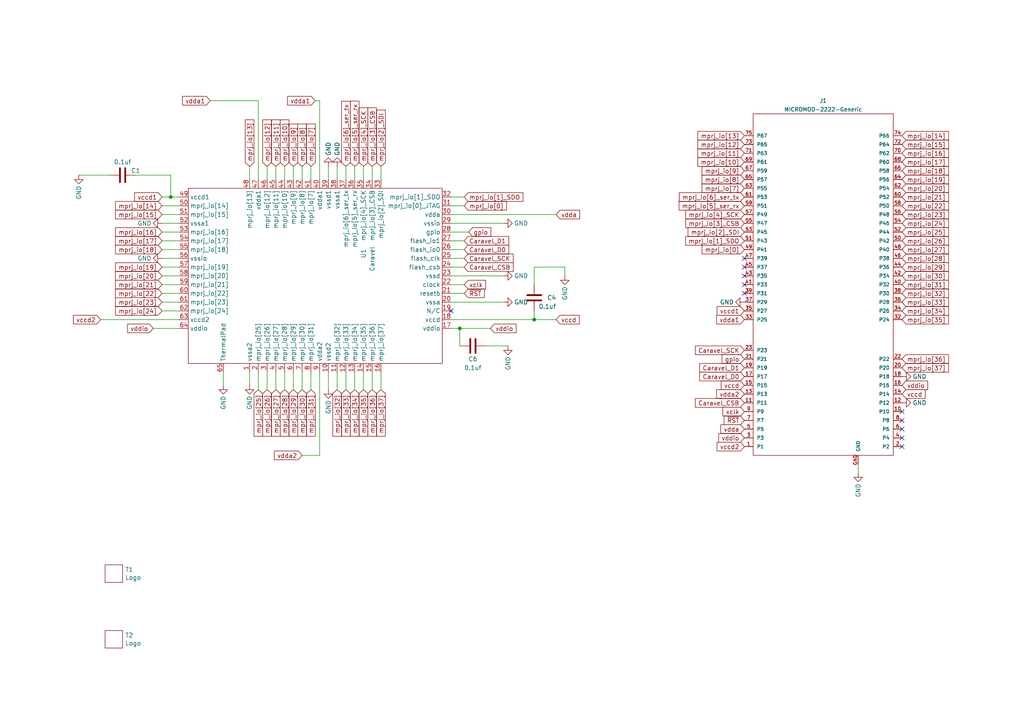
<source format=kicad_sch>
(kicad_sch (version 20230121) (generator eeschema)
  (paper "A4")
  (title_block (title "Carvel Breakout board as M.2 Card "))
  (lib_symbols
    (symbol "Caravel:Logo" (pin_names (offset 1.016))
      (property "Reference" "T" (at -1.27 2.54 0))
      (property "Value" "Logo" (at 1.27 -1.27 0))
      (symbol "Logo_0_1"
        (rectangle (start -1.27 1.27) (end 3.81 -3.81))
      )
    )
    (symbol "Caravel_board:Caravel"
      (property "Reference" "U" (at 0 0 0))
      (property "Value" "Caravel" (at 0 0 0))
      (symbol "Caravel_0_1"
        (rectangle (start -26.67 40.64) (end 24.13 -33.02))
      )
      (symbol "Caravel_1_1"
        (pin power_in line (at -29.21 22.86 0) (length 2.54) (name "vssa2") (number "1"))
        (pin power_in line (at -29.21 0 0) (length 2.54) (name "vssd2") (number "10"))
        (pin bidirectional line (at -29.21 -2.54 0) (length 2.54) (name "mprj_io[32]") (number "11"))
        (pin bidirectional line (at -29.21 -5.08 0) (length 2.54) (name "mprj_io[33]") (number "12"))
        (pin bidirectional line (at -29.21 -7.62 0) (length 2.54) (name "mprj_io[34]") (number "13"))
        (pin bidirectional line (at -29.21 -10.16 0) (length 2.54) (name "mprj_io[35]") (number "14"))
        (pin bidirectional line (at -29.21 -12.7 0) (length 2.54) (name "mprj_io[36]") (number "15"))
        (pin bidirectional line (at -29.21 -15.24 0) (length 2.54) (name "mprj_io[37]") (number "16"))
        (pin power_in line (at -16.51 -35.56 90) (length 2.54) (name "vddio") (number "17"))
        (pin power_in line (at -13.97 -35.56 90) (length 2.54) (name "vccd") (number "18"))
        (pin no_connect line (at -11.43 -35.56 90) (length 2.54) (name "N/C") (number "19"))
        (pin bidirectional line (at -29.21 20.32 0) (length 2.54) (name "mprj_io[25]") (number "2"))
        (pin power_in line (at -8.89 -35.56 90) (length 2.54) (name "vssa") (number "20"))
        (pin input line (at -6.35 -35.56 90) (length 2.54) (name "resetb") (number "21"))
        (pin input line (at -3.81 -35.56 90) (length 2.54) (name "clock") (number "22"))
        (pin power_in line (at -1.27 -35.56 90) (length 2.54) (name "vssd") (number "23"))
        (pin output line (at 1.27 -35.56 90) (length 2.54) (name "flash_csb") (number "24"))
        (pin output line (at 3.81 -35.56 90) (length 2.54) (name "flash_clk") (number "25"))
        (pin bidirectional line (at 6.35 -35.56 90) (length 2.54) (name "flash_io0") (number "26"))
        (pin bidirectional line (at 8.89 -35.56 90) (length 2.54) (name "flash_io1") (number "27"))
        (pin bidirectional line (at 11.43 -35.56 90) (length 2.54) (name "gpio") (number "28"))
        (pin power_in line (at 13.97 -35.56 90) (length 2.54) (name "vssio") (number "29"))
        (pin bidirectional line (at -29.21 17.78 0) (length 2.54) (name "mprj_io[26]") (number "3"))
        (pin power_in line (at 16.51 -35.56 90) (length 2.54) (name "vdda") (number "30"))
        (pin bidirectional line (at 19.05 -35.56 90) (length 2.54) (name "mprj_io[0]_JTAG") (number "31"))
        (pin bidirectional line (at 21.59 -35.56 90) (length 2.54) (name "mprj_io[1]_SDO") (number "32"))
        (pin bidirectional line (at 26.67 -15.24 180) (length 2.54) (name "mprj_io[2]_SDI") (number "33"))
        (pin bidirectional line (at 26.67 -12.7 180) (length 2.54) (name "mprj_io[3]_CSB") (number "34"))
        (pin bidirectional line (at 26.67 -10.16 180) (length 2.54) (name "mprj_io[4]_SCK") (number "35"))
        (pin bidirectional line (at 26.67 -7.62 180) (length 2.54) (name "mprj_io[5]_ser_rx") (number "36"))
        (pin bidirectional line (at 26.67 -5.08 180) (length 2.54) (name "mprj_io[6]_ser_tx") (number "37"))
        (pin power_in line (at 26.67 -2.54 180) (length 2.54) (name "vssa1") (number "38"))
        (pin power_in line (at 26.67 0 180) (length 2.54) (name "vssd1") (number "39"))
        (pin bidirectional line (at -29.21 15.24 0) (length 2.54) (name "mprj_io[27]") (number "4"))
        (pin power_in line (at 26.67 2.54 180) (length 2.54) (name "vdda1") (number "40"))
        (pin bidirectional line (at 26.67 5.08 180) (length 2.54) (name "mprj_io[7]") (number "41"))
        (pin bidirectional line (at 26.67 7.62 180) (length 2.54) (name "mprj_io[8]") (number "42"))
        (pin bidirectional line (at 26.67 10.16 180) (length 2.54) (name "mprj_io[9]") (number "43"))
        (pin bidirectional line (at 26.67 12.7 180) (length 2.54) (name "mprj_io[10]") (number "44"))
        (pin bidirectional line (at 26.67 15.24 180) (length 2.54) (name "mprj_io[11]") (number "45"))
        (pin bidirectional line (at 26.67 17.78 180) (length 2.54) (name "mprj_io[12]") (number "46"))
        (pin power_in line (at 26.67 20.32 180) (length 2.54) (name "vdda1") (number "47"))
        (pin bidirectional line (at 26.67 22.86 180) (length 2.54) (name "mprj_io[13]") (number "48"))
        (pin power_in line (at 21.59 43.18 270) (length 2.54) (name "vccd1") (number "49"))
        (pin bidirectional line (at -29.21 12.7 0) (length 2.54) (name "mprj_io[28]") (number "5"))
        (pin bidirectional line (at 19.05 43.18 270) (length 2.54) (name "mprj_io[14]") (number "50"))
        (pin bidirectional line (at 16.51 43.18 270) (length 2.54) (name "mprj_io[15]") (number "51"))
        (pin power_in line (at 13.97 43.18 270) (length 2.54) (name "vssa1") (number "52"))
        (pin bidirectional line (at 11.43 43.18 270) (length 2.54) (name "mprj_io[16]") (number "53"))
        (pin bidirectional line (at 8.89 43.18 270) (length 2.54) (name "mprj_io[17]") (number "54"))
        (pin bidirectional line (at 6.35 43.18 270) (length 2.54) (name "mprj_io[18]") (number "55"))
        (pin power_in line (at 3.81 43.18 270) (length 2.54) (name "vssio") (number "56"))
        (pin bidirectional line (at 1.27 43.18 270) (length 2.54) (name "mprj_io[19]") (number "57"))
        (pin bidirectional line (at -1.27 43.18 270) (length 2.54) (name "mprj_io[20]") (number "58"))
        (pin bidirectional line (at -3.81 43.18 270) (length 2.54) (name "mprj_io[21]") (number "59"))
        (pin bidirectional line (at -29.21 10.16 0) (length 2.54) (name "mprj_io[29]") (number "6"))
        (pin bidirectional line (at -6.35 43.18 270) (length 2.54) (name "mprj_io[22]") (number "60"))
        (pin bidirectional line (at -8.89 43.18 270) (length 2.54) (name "mprj_io[23]") (number "61"))
        (pin bidirectional line (at -11.43 43.18 270) (length 2.54) (name "mprj_io[24]") (number "62"))
        (pin power_in line (at -13.97 43.18 270) (length 2.54) (name "vccd2") (number "63"))
        (pin power_in line (at -16.51 43.18 270) (length 2.54) (name "vddio") (number "64"))
        (pin power_in line (at -29.21 30.48 0) (length 2.54) (name "ThermalPad") (number "65"))
        (pin bidirectional line (at -29.21 7.62 0) (length 2.54) (name "mprj_io[30]") (number "7"))
        (pin bidirectional line (at -29.21 5.08 0) (length 2.54) (name "mprj_io[31]") (number "8"))
        (pin power_in line (at -29.21 2.54 0) (length 2.54) (name "vdda2") (number "9"))
      )
    )
    (symbol "Device:C" (pin_numbers hide) (pin_names (offset 0.254))
      (property "Reference" "C" (at 0.635 2.54 0))
      (property "Value" "C" (at 0.635 -2.54 0))
      (symbol "C_0_1"
        (polyline (pts (xy -2.032 -0.762) (xy 2.032 -0.762)) (stroke (width 0.508)))
        (polyline (pts (xy -2.032 0.762) (xy 2.032 0.762)) (stroke (width 0.508)))
      )
      (symbol "C_1_1"
        (pin passive line (at 0 3.81 270) (length 2.794) (name "~") (number "1"))
        (pin passive line (at 0 -3.81 90) (length 2.794) (name "~") (number "2"))
      )
    )
    (symbol "MicroMod-Sparkfun:MICROMOD-2222-Generic" (pin_names (offset 1.016))
      (property "Reference" "J" (at -20.32 53.848 0))
      (property "Value" "MICROMOD-2222-Generic" (at -20.32 -48.26 0))
      (symbol "MICROMOD-2222-Generic_1_0"
        (polyline (pts (xy -20.32 -45.72) (xy -20.32 53.34)))
        (polyline (pts (xy -20.32 53.34) (xy 20.32 53.34)))
        (polyline (pts (xy 20.32 -45.72) (xy -20.32 -45.72)))
        (polyline (pts (xy 20.32 53.34) (xy 20.32 -45.72)))
      )
      (symbol "MICROMOD-2222-Generic_1_1"
        (pin bidirectional line (at -22.86 -43.18 0) (length 2.54) (name "P1") (number "1"))
        (pin bidirectional line (at 22.86 -33.02 180) (length 2.54) (name "P10") (number "10"))
        (pin bidirectional line (at -22.86 -30.48 0) (length 2.54) (name "P11") (number "11"))
        (pin bidirectional line (at 22.86 -30.48 180) (length 2.54) (name "P12") (number "12"))
        (pin bidirectional line (at -22.86 -27.94 0) (length 2.54) (name "P13") (number "13"))
        (pin bidirectional line (at 22.86 -27.94 180) (length 2.54) (name "P14") (number "14"))
        (pin bidirectional line (at -22.86 -25.4 0) (length 2.54) (name "P15") (number "15"))
        (pin bidirectional line (at 22.86 -25.4 180) (length 2.54) (name "P16") (number "16"))
        (pin bidirectional line (at -22.86 -22.86 0) (length 2.54) (name "P17") (number "17"))
        (pin bidirectional line (at 22.86 -22.86 180) (length 2.54) (name "P18") (number "18"))
        (pin bidirectional line (at -22.86 -20.32 0) (length 2.54) (name "P19") (number "19"))
        (pin bidirectional line (at 22.86 -43.18 180) (length 2.54) (name "P2") (number "2"))
        (pin bidirectional line (at 22.86 -20.32 180) (length 2.54) (name "P20") (number "20"))
        (pin bidirectional line (at -22.86 -17.78 0) (length 2.54) (name "P21") (number "21"))
        (pin bidirectional line (at 22.86 -17.78 180) (length 2.54) (name "P22") (number "22"))
        (pin bidirectional line (at -22.86 -15.24 0) (length 2.54) (name "P23") (number "23"))
        (pin bidirectional line (at -22.86 -40.64 0) (length 2.54) (name "P3") (number "3"))
        (pin bidirectional line (at 22.86 -6.35 180) (length 2.54) (name "P24") (number "32"))
        (pin bidirectional line (at -22.86 -6.35 0) (length 2.54) (name "P25") (number "33"))
        (pin bidirectional line (at 22.86 -3.81 180) (length 2.54) (name "P26") (number "34"))
        (pin bidirectional line (at -22.86 -3.81 0) (length 2.54) (name "P27") (number "35"))
        (pin bidirectional line (at 22.86 -1.27 180) (length 2.54) (name "P28") (number "36"))
        (pin bidirectional line (at -22.86 -1.27 0) (length 2.54) (name "P29") (number "37"))
        (pin bidirectional line (at 22.86 1.27 180) (length 2.54) (name "P30") (number "38"))
        (pin bidirectional line (at -22.86 1.27 0) (length 2.54) (name "P31") (number "39"))
        (pin bidirectional line (at 22.86 -40.64 180) (length 2.54) (name "P4") (number "4"))
        (pin bidirectional line (at 22.86 3.81 180) (length 2.54) (name "P32") (number "40"))
        (pin bidirectional line (at -22.86 3.81 0) (length 2.54) (name "P33") (number "41"))
        (pin bidirectional line (at 22.86 6.35 180) (length 2.54) (name "P34") (number "42"))
        (pin bidirectional line (at -22.86 6.35 0) (length 2.54) (name "P35") (number "43"))
        (pin bidirectional line (at 22.86 8.89 180) (length 2.54) (name "P36") (number "44"))
        (pin bidirectional line (at -22.86 8.89 0) (length 2.54) (name "P37") (number "45"))
        (pin bidirectional line (at 22.86 11.43 180) (length 2.54) (name "P38") (number "46"))
        (pin bidirectional line (at -22.86 11.43 0) (length 2.54) (name "P39") (number "47"))
        (pin bidirectional line (at 22.86 13.97 180) (length 2.54) (name "P40") (number "48"))
        (pin bidirectional line (at -22.86 13.97 0) (length 2.54) (name "P41") (number "49"))
        (pin bidirectional line (at -22.86 -38.1 0) (length 2.54) (name "P5") (number "5"))
        (pin bidirectional line (at 22.86 16.51 180) (length 2.54) (name "P42") (number "50"))
        (pin bidirectional line (at -22.86 16.51 0) (length 2.54) (name "P43") (number "51"))
        (pin bidirectional line (at 22.86 19.05 180) (length 2.54) (name "P44") (number "52"))
        (pin bidirectional line (at -22.86 19.05 0) (length 2.54) (name "P45") (number "53"))
        (pin bidirectional line (at 22.86 21.59 180) (length 2.54) (name "P46") (number "54"))
        (pin bidirectional line (at -22.86 21.59 0) (length 2.54) (name "P47") (number "55"))
        (pin bidirectional line (at 22.86 24.13 180) (length 2.54) (name "P48") (number "56"))
        (pin bidirectional line (at -22.86 24.13 0) (length 2.54) (name "P49") (number "57"))
        (pin bidirectional line (at 22.86 26.67 180) (length 2.54) (name "P50") (number "58"))
        (pin bidirectional line (at -22.86 26.67 0) (length 2.54) (name "P51") (number "59"))
        (pin bidirectional line (at 22.86 -38.1 180) (length 2.54) (name "P6") (number "6"))
        (pin bidirectional line (at 22.86 29.21 180) (length 2.54) (name "P52") (number "60"))
        (pin bidirectional line (at -22.86 29.21 0) (length 2.54) (name "P53") (number "61"))
        (pin bidirectional line (at 22.86 31.75 180) (length 2.54) (name "P54") (number "62"))
        (pin bidirectional line (at -22.86 31.75 0) (length 2.54) (name "P55") (number "63"))
        (pin bidirectional line (at 22.86 34.29 180) (length 2.54) (name "P56") (number "64"))
        (pin bidirectional line (at -22.86 34.29 0) (length 2.54) (name "P57") (number "65"))
        (pin bidirectional line (at 22.86 36.83 180) (length 2.54) (name "P58") (number "66"))
        (pin bidirectional line (at -22.86 36.83 0) (length 2.54) (name "P59") (number "67"))
        (pin bidirectional line (at 22.86 39.37 180) (length 2.54) (name "P60") (number "68"))
        (pin bidirectional line (at -22.86 39.37 0) (length 2.54) (name "P61") (number "69"))
        (pin bidirectional line (at -22.86 -35.56 0) (length 2.54) (name "P7") (number "7"))
        (pin bidirectional line (at 22.86 41.91 180) (length 2.54) (name "P62") (number "70"))
        (pin bidirectional line (at -22.86 41.91 0) (length 2.54) (name "P63") (number "71"))
        (pin bidirectional line (at 22.86 44.45 180) (length 2.54) (name "P64") (number "72"))
        (pin bidirectional line (at -22.86 44.45 0) (length 2.54) (name "P65") (number "73"))
        (pin bidirectional line (at 22.86 46.99 180) (length 2.54) (name "P66") (number "74"))
        (pin bidirectional line (at -22.86 46.99 0) (length 2.54) (name "P67") (number "75"))
        (pin bidirectional line (at 22.86 -35.56 180) (length 2.54) (name "P8") (number "8"))
        (pin bidirectional line (at -22.86 -33.02 0) (length 2.54) (name "P9") (number "9"))
        (pin bidirectional line (at 10.16 -48.26 90) (length 2.54) (name "GND") (number "GND"))
      )
    )
    (symbol "power:GND" (power) (pin_names (offset 0))
      (property "Value" "GND" (at 0 -3.81 0))
      (symbol "GND_0_1"
        (polyline (pts (xy 0 0) (xy 0 -1.27) (xy 1.27 -1.27) (xy 0 -2.54) (xy -1.27 -1.27) (xy 0 -1.27)))
      )
      (symbol "GND_1_1"
        (pin power_in line (at 0 0 270) (length 0) hide (name "GND") (number "1"))
      )
    )
  )
  (junction (at 154.94 92.71))
  (junction (at 49.53 57.15))
  (junction (at 133.35 95.25))
  (no_connect (at 215.9 74.93))
  (no_connect (at 215.9 80.01))
  (no_connect (at 261.62 129.54))
  (no_connect (at 215.9 82.55))
  (no_connect (at 261.62 119.38))
  (no_connect (at 261.62 127))
  (no_connect (at 261.62 121.92))
  (no_connect (at 215.9 77.47))
  (no_connect (at 261.62 124.46))
  (no_connect (at 130.81 90.17))
  (no_connect (at 215.9 85.09))
  (wire (pts (xy 110.49 113.03) (xy 110.49 107.95)))
  (wire (pts (xy 90.17 113.03) (xy 90.17 107.95)))
  (wire (pts (xy 102.87 113.03) (xy 102.87 107.95)))
  (wire (pts (xy 49.53 50.8) (xy 39.37 50.8)))
  (wire (pts (xy 52.07 80.01) (xy 46.99 80.01)))
  (wire (pts (xy 82.55 48.26) (xy 82.55 52.07)))
  (wire (pts (xy 52.07 77.47) (xy 46.99 77.47)))
  (wire (pts (xy 105.41 113.03) (xy 105.41 107.95)))
  (wire (pts (xy 154.94 92.71) (xy 130.81 92.71)))
  (wire (pts (xy 64.77 107.95) (xy 64.77 111.76)))
  (wire (pts (xy 87.63 48.26) (xy 87.63 52.07)))
  (wire (pts (xy 52.07 82.55) (xy 46.99 82.55)))
  (wire (pts (xy 72.39 48.26) (xy 72.39 52.07)))
  (wire (pts (xy 52.07 59.69) (xy 46.99 59.69)))
  (wire (pts (xy 133.35 95.25) (xy 142.24 95.25)))
  (wire (pts (xy 154.94 77.47) (xy 154.94 82.55)))
  (wire (pts (xy 52.07 72.39) (xy 46.99 72.39)))
  (wire (pts (xy 135.89 67.31) (xy 130.81 67.31)))
  (wire (pts (xy 107.95 48.26) (xy 107.95 52.07)))
  (wire (pts (xy 74.93 52.07) (xy 74.93 29.21)))
  (wire (pts (xy 95.25 107.95) (xy 95.25 113.03)))
  (wire (pts (xy 46.99 62.23) (xy 52.07 62.23)))
  (wire (pts (xy 146.05 64.77) (xy 130.81 64.77)))
  (wire (pts (xy 105.41 48.26) (xy 105.41 52.07)))
  (wire (pts (xy 130.81 62.23) (xy 161.29 62.23)))
  (wire (pts (xy 154.94 90.17) (xy 154.94 92.71)))
  (wire (pts (xy 134.62 82.55) (xy 130.81 82.55)))
  (wire (pts (xy 90.17 48.26) (xy 90.17 52.07)))
  (wire (pts (xy 82.55 113.03) (xy 82.55 107.95)))
  (wire (pts (xy 100.33 48.26) (xy 100.33 52.07)))
  (wire (pts (xy 49.53 57.15) (xy 52.07 57.15)))
  (wire (pts (xy 154.94 77.47) (xy 163.83 77.47)))
  (wire (pts (xy 134.62 72.39) (xy 130.81 72.39)))
  (wire (pts (xy 49.53 57.15) (xy 49.53 50.8)))
  (wire (pts (xy 29.21 92.71) (xy 52.07 92.71)))
  (wire (pts (xy 146.05 87.63) (xy 130.81 87.63)))
  (wire (pts (xy 134.62 77.47) (xy 130.81 77.47)))
  (wire (pts (xy 133.35 95.25) (xy 133.35 100.33)))
  (wire (pts (xy 52.07 67.31) (xy 46.99 67.31)))
  (wire (pts (xy 60.96 29.21) (xy 74.93 29.21)))
  (wire (pts (xy 52.07 69.85) (xy 46.99 69.85)))
  (wire (pts (xy 22.86 50.8) (xy 31.75 50.8)))
  (wire (pts (xy 248.92 134.62) (xy 248.92 137.16)))
  (wire (pts (xy 102.87 48.26) (xy 102.87 52.07)))
  (wire (pts (xy 74.93 113.03) (xy 74.93 107.95)))
  (wire (pts (xy 134.62 69.85) (xy 130.81 69.85)))
  (wire (pts (xy 46.99 74.93) (xy 52.07 74.93)))
  (wire (pts (xy 92.71 29.21) (xy 91.44 29.21)))
  (wire (pts (xy 85.09 113.03) (xy 85.09 107.95)))
  (wire (pts (xy 163.83 77.47) (xy 163.83 80.01)))
  (wire (pts (xy 107.95 113.03) (xy 107.95 107.95)))
  (wire (pts (xy 52.07 90.17) (xy 46.99 90.17)))
  (wire (pts (xy 146.05 80.01) (xy 130.81 80.01)))
  (wire (pts (xy 44.45 95.25) (xy 52.07 95.25)))
  (wire (pts (xy 92.71 107.95) (xy 92.71 132.08)))
  (wire (pts (xy 52.07 85.09) (xy 46.99 85.09)))
  (wire (pts (xy 80.01 48.26) (xy 80.01 52.07)))
  (wire (pts (xy 46.99 64.77) (xy 52.07 64.77)))
  (wire (pts (xy 133.35 95.25) (xy 130.81 95.25)))
  (wire (pts (xy 147.32 100.33) (xy 140.97 100.33)))
  (wire (pts (xy 110.49 52.07) (xy 110.49 48.26)))
  (wire (pts (xy 100.33 113.03) (xy 100.33 107.95)))
  (wire (pts (xy 92.71 132.08) (xy 87.63 132.08)))
  (wire (pts (xy 46.99 57.15) (xy 49.53 57.15)))
  (wire (pts (xy 134.62 59.69) (xy 130.81 59.69)))
  (wire (pts (xy 72.39 107.95) (xy 72.39 111.76)))
  (wire (pts (xy 97.79 48.26) (xy 97.79 52.07)))
  (wire (pts (xy 134.62 85.09) (xy 130.81 85.09)))
  (wire (pts (xy 85.09 48.26) (xy 85.09 52.07)))
  (wire (pts (xy 92.71 29.21) (xy 92.71 52.07)))
  (wire (pts (xy 52.07 87.63) (xy 46.99 87.63)))
  (wire (pts (xy 80.01 113.03) (xy 80.01 107.95)))
  (wire (pts (xy 161.29 92.71) (xy 154.94 92.71)))
  (wire (pts (xy 95.25 52.07) (xy 95.25 48.26)))
  (wire (pts (xy 77.47 48.26) (xy 77.47 52.07)))
  (wire (pts (xy 134.62 74.93) (xy 130.81 74.93)))
  (wire (pts (xy 97.79 113.03) (xy 97.79 107.95)))
  (wire (pts (xy 87.63 113.03) (xy 87.63 107.95)))
  (wire (pts (xy 134.62 57.15) (xy 130.81 57.15)))
  (wire (pts (xy 77.47 113.03) (xy 77.47 107.95)))
  (global_label "mprj_io[16]" (shape input) (at 261.62 44.45 0) (property "Intersheetrefs" "${INTERSHEET_REFS}" (effects hide)))
  (global_label "mprj_io[2]_SDI" (shape input) (at 215.9 67.31 180) (property "Intersheetrefs" "${INTERSHEET_REFS}" (effects hide)))
  (global_label "mprj_io[31]" (shape input) (at 261.62 82.55 0) (property "Intersheetrefs" "${INTERSHEET_REFS}" (effects hide)))
  (global_label "mprj_io[22]" (shape input) (at 46.99 85.09 180) (property "Intersheetrefs" "${INTERSHEET_REFS}" (effects hide)))
  (global_label "vccd1" (shape input) (at 46.99 57.15 180) (property "Intersheetrefs" "${INTERSHEET_REFS}" (effects hide)))
  (global_label "mprj_io[12]" (shape input) (at 215.9 41.91 180) (property "Intersheetrefs" "${INTERSHEET_REFS}" (effects hide)))
  (global_label "gpio" (shape input) (at 215.9 104.14 180) (property "Intersheetrefs" "${INTERSHEET_REFS}" (effects hide)))
  (global_label "mprj_io[4]_SCK" (shape input) (at 215.9 62.23 180) (property "Intersheetrefs" "${INTERSHEET_REFS}" (effects hide)))
  (global_label "mprj_io[12]" (shape input) (at 77.47 48.26 90) (property "Intersheetrefs" "${INTERSHEET_REFS}" (effects hide)))
  (global_label "mprj_io[6]_ser_tx" (shape input) (at 215.9 57.15 180) (property "Intersheetrefs" "${INTERSHEET_REFS}" (effects hide)))
  (global_label "mprj_io[14]" (shape input) (at 46.99 59.69 180) (property "Intersheetrefs" "${INTERSHEET_REFS}" (effects hide)))
  (global_label "mprj_io[2]_SDI" (shape input) (at 110.49 48.26 90) (property "Intersheetrefs" "${INTERSHEET_REFS}" (effects hide)))
  (global_label "mprj_io[3]_CSB" (shape input) (at 215.9 64.77 180) (property "Intersheetrefs" "${INTERSHEET_REFS}" (effects hide)))
  (global_label "vccd" (shape input) (at 161.29 92.71 0) (property "Intersheetrefs" "${INTERSHEET_REFS}" (effects hide)))
  (global_label "mprj_io[1]_SDO" (shape input) (at 215.9 69.85 180) (property "Intersheetrefs" "${INTERSHEET_REFS}" (effects hide)))
  (global_label "mprj_io[0]" (shape input) (at 215.9 72.39 180) (property "Intersheetrefs" "${INTERSHEET_REFS}" (effects hide)))
  (global_label "mprj_io[36]" (shape input) (at 261.62 104.14 0) (property "Intersheetrefs" "${INTERSHEET_REFS}" (effects hide)))
  (global_label "mprj_io[3]_CSB" (shape input) (at 107.95 48.26 90) (property "Intersheetrefs" "${INTERSHEET_REFS}" (effects hide)))
  (global_label "mprj_io[25]" (shape input) (at 74.93 113.03 270) (property "Intersheetrefs" "${INTERSHEET_REFS}" (effects hide)))
  (global_label "vddio" (shape input) (at 261.62 111.76 0) (property "Intersheetrefs" "${INTERSHEET_REFS}" (effects hide)))
  (global_label "mprj_io[34]" (shape input) (at 261.62 90.17 0) (property "Intersheetrefs" "${INTERSHEET_REFS}" (effects hide)))
  (global_label "mprj_io[18]" (shape input) (at 261.62 49.53 0) (property "Intersheetrefs" "${INTERSHEET_REFS}" (effects hide)))
  (global_label "mprj_io[30]" (shape input) (at 261.62 80.01 0) (property "Intersheetrefs" "${INTERSHEET_REFS}" (effects hide)))
  (global_label "mprj_io[1]_SDO" (shape input) (at 134.62 57.15 0) (property "Intersheetrefs" "${INTERSHEET_REFS}" (effects hide)))
  (global_label "mprj_io[15]" (shape input) (at 46.99 62.23 180) (property "Intersheetrefs" "${INTERSHEET_REFS}" (effects hide)))
  (global_label "mprj_io[23]" (shape input) (at 46.99 87.63 180) (property "Intersheetrefs" "${INTERSHEET_REFS}" (effects hide)))
  (global_label "mprj_io[23]" (shape input) (at 261.62 62.23 0) (property "Intersheetrefs" "${INTERSHEET_REFS}" (effects hide)))
  (global_label "mprj_io[37]" (shape input) (at 110.49 113.03 270) (property "Intersheetrefs" "${INTERSHEET_REFS}" (effects hide)))
  (global_label "xclk" (shape input) (at 215.9 119.38 180) (property "Intersheetrefs" "${INTERSHEET_REFS}" (effects hide)))
  (global_label "mprj_io[13]" (shape input) (at 215.9 39.37 180) (property "Intersheetrefs" "${INTERSHEET_REFS}" (effects hide)))
  (global_label "mprj_io[6]_ser_tx" (shape input) (at 100.33 48.26 90) (property "Intersheetrefs" "${INTERSHEET_REFS}" (effects hide)))
  (global_label "Caravel_D0" (shape input) (at 215.9 109.22 180) (property "Intersheetrefs" "${INTERSHEET_REFS}" (effects hide)))
  (global_label "Caravel_CSB" (shape input) (at 215.9 116.84 180) (property "Intersheetrefs" "${INTERSHEET_REFS}" (effects hide)))
  (global_label "mprj_io[36]" (shape input) (at 107.95 113.03 270) (property "Intersheetrefs" "${INTERSHEET_REFS}" (effects hide)))
  (global_label "mprj_io[35]" (shape input) (at 261.62 92.71 0) (property "Intersheetrefs" "${INTERSHEET_REFS}" (effects hide)))
  (global_label "vdda1" (shape input) (at 215.9 92.71 180) (property "Intersheetrefs" "${INTERSHEET_REFS}" (effects hide)))
  (global_label "vddio" (shape input) (at 44.45 95.25 180) (property "Intersheetrefs" "${INTERSHEET_REFS}" (effects hide)))
  (global_label "Caravel_D1" (shape input) (at 134.62 69.85 0) (property "Intersheetrefs" "${INTERSHEET_REFS}" (effects hide)))
  (global_label "vdda1" (shape input) (at 60.96 29.21 180) (property "Intersheetrefs" "${INTERSHEET_REFS}" (effects hide)))
  (global_label "vccd1" (shape input) (at 215.9 90.17 180) (property "Intersheetrefs" "${INTERSHEET_REFS}" (effects hide)))
  (global_label "mprj_io[7]" (shape input) (at 90.17 48.26 90) (property "Intersheetrefs" "${INTERSHEET_REFS}" (effects hide)))
  (global_label "vdda2" (shape input) (at 215.9 114.3 180) (property "Intersheetrefs" "${INTERSHEET_REFS}" (effects hide)))
  (global_label "mprj_io[34]" (shape input) (at 102.87 113.03 270) (property "Intersheetrefs" "${INTERSHEET_REFS}" (effects hide)))
  (global_label "mprj_io[9]" (shape input) (at 85.09 48.26 90) (property "Intersheetrefs" "${INTERSHEET_REFS}" (effects hide)))
  (global_label "vdda" (shape input) (at 161.29 62.23 0) (property "Intersheetrefs" "${INTERSHEET_REFS}" (effects hide)))
  (global_label "vdda1" (shape input) (at 91.44 29.21 180) (property "Intersheetrefs" "${INTERSHEET_REFS}" (effects hide)))
  (global_label "mprj_io[19]" (shape input) (at 46.99 77.47 180) (property "Intersheetrefs" "${INTERSHEET_REFS}" (effects hide)))
  (global_label "mprj_io[21]" (shape input) (at 261.62 57.15 0) (property "Intersheetrefs" "${INTERSHEET_REFS}" (effects hide)))
  (global_label "mprj_io[4]_SCK" (shape input) (at 105.41 48.26 90) (property "Intersheetrefs" "${INTERSHEET_REFS}" (effects hide)))
  (global_label "mprj_io[17]" (shape input) (at 261.62 46.99 0) (property "Intersheetrefs" "${INTERSHEET_REFS}" (effects hide)))
  (global_label "mprj_io[27]" (shape input) (at 261.62 72.39 0) (property "Intersheetrefs" "${INTERSHEET_REFS}" (effects hide)))
  (global_label "mprj_io[21]" (shape input) (at 46.99 82.55 180) (property "Intersheetrefs" "${INTERSHEET_REFS}" (effects hide)))
  (global_label "mprj_io[18]" (shape input) (at 46.99 72.39 180) (property "Intersheetrefs" "${INTERSHEET_REFS}" (effects hide)))
  (global_label "vdda2" (shape input) (at 87.63 132.08 180) (property "Intersheetrefs" "${INTERSHEET_REFS}" (effects hide)))
  (global_label "mprj_io[33]" (shape input) (at 261.62 87.63 0) (property "Intersheetrefs" "${INTERSHEET_REFS}" (effects hide)))
  (global_label "mprj_io[20]" (shape input) (at 261.62 54.61 0) (property "Intersheetrefs" "${INTERSHEET_REFS}" (effects hide)))
  (global_label "mprj_io[5]_ser_rx" (shape input) (at 102.87 48.26 90) (property "Intersheetrefs" "${INTERSHEET_REFS}" (effects hide)))
  (global_label "xclk" (shape input) (at 134.62 82.55 0) (property "Intersheetrefs" "${INTERSHEET_REFS}" (effects hide)))
  (global_label "~{RST}" (shape input) (at 215.9 121.92 180) (property "Intersheetrefs" "${INTERSHEET_REFS}" (effects hide)))
  (global_label "vccd2" (shape input) (at 29.21 92.71 180) (property "Intersheetrefs" "${INTERSHEET_REFS}" (effects hide)))
  (global_label "mprj_io[5]_ser_rx" (shape input) (at 215.9 59.69 180) (property "Intersheetrefs" "${INTERSHEET_REFS}" (effects hide)))
  (global_label "vdda" (shape input) (at 215.9 124.46 180) (property "Intersheetrefs" "${INTERSHEET_REFS}" (effects hide)))
  (global_label "vccd" (shape input) (at 261.62 114.3 0) (property "Intersheetrefs" "${INTERSHEET_REFS}" (effects hide)))
  (global_label "mprj_io[35]" (shape input) (at 105.41 113.03 270) (property "Intersheetrefs" "${INTERSHEET_REFS}" (effects hide)))
  (global_label "mprj_io[17]" (shape input) (at 46.99 69.85 180) (property "Intersheetrefs" "${INTERSHEET_REFS}" (effects hide)))
  (global_label "mprj_io[7]" (shape input) (at 215.9 54.61 180) (property "Intersheetrefs" "${INTERSHEET_REFS}" (effects hide)))
  (global_label "mprj_io[24]" (shape input) (at 261.62 64.77 0) (property "Intersheetrefs" "${INTERSHEET_REFS}" (effects hide)))
  (global_label "mprj_io[27]" (shape input) (at 80.01 113.03 270) (property "Intersheetrefs" "${INTERSHEET_REFS}" (effects hide)))
  (global_label "vddio" (shape input) (at 142.24 95.25 0) (property "Intersheetrefs" "${INTERSHEET_REFS}" (effects hide)))
  (global_label "mprj_io[28]" (shape input) (at 261.62 74.93 0) (property "Intersheetrefs" "${INTERSHEET_REFS}" (effects hide)))
  (global_label "mprj_io[9]" (shape input) (at 215.9 49.53 180) (property "Intersheetrefs" "${INTERSHEET_REFS}" (effects hide)))
  (global_label "mprj_io[10]" (shape input) (at 215.9 46.99 180) (property "Intersheetrefs" "${INTERSHEET_REFS}" (effects hide)))
  (global_label "mprj_io[30]" (shape input) (at 87.63 113.03 270) (property "Intersheetrefs" "${INTERSHEET_REFS}" (effects hide)))
  (global_label "mprj_io[31]" (shape input) (at 90.17 113.03 270) (property "Intersheetrefs" "${INTERSHEET_REFS}" (effects hide)))
  (global_label "Caravel_D0" (shape input) (at 134.62 72.39 0) (property "Intersheetrefs" "${INTERSHEET_REFS}" (effects hide)))
  (global_label "mprj_io[8]" (shape input) (at 87.63 48.26 90) (property "Intersheetrefs" "${INTERSHEET_REFS}" (effects hide)))
  (global_label "mprj_io[11]" (shape input) (at 80.01 48.26 90) (property "Intersheetrefs" "${INTERSHEET_REFS}" (effects hide)))
  (global_label "mprj_io[16]" (shape input) (at 46.99 67.31 180) (property "Intersheetrefs" "${INTERSHEET_REFS}" (effects hide)))
  (global_label "Caravel_SCK" (shape input) (at 134.62 74.93 0) (property "Intersheetrefs" "${INTERSHEET_REFS}" (effects hide)))
  (global_label "Caravel_SCK" (shape input) (at 215.9 101.6 180) (property "Intersheetrefs" "${INTERSHEET_REFS}" (effects hide)))
  (global_label "mprj_io[37]" (shape input) (at 261.62 106.68 0) (property "Intersheetrefs" "${INTERSHEET_REFS}" (effects hide)))
  (global_label "mprj_io[32]" (shape input) (at 261.62 85.09 0) (property "Intersheetrefs" "${INTERSHEET_REFS}" (effects hide)))
  (global_label "mprj_io[22]" (shape input) (at 261.62 59.69 0) (property "Intersheetrefs" "${INTERSHEET_REFS}" (effects hide)))
  (global_label "gpio" (shape input) (at 135.89 67.31 0) (property "Intersheetrefs" "${INTERSHEET_REFS}" (effects hide)))
  (global_label "mprj_io[24]" (shape input) (at 46.99 90.17 180) (property "Intersheetrefs" "${INTERSHEET_REFS}" (effects hide)))
  (global_label "mprj_io[8]" (shape input) (at 215.9 52.07 180) (property "Intersheetrefs" "${INTERSHEET_REFS}" (effects hide)))
  (global_label "mprj_io[29]" (shape input) (at 85.09 113.03 270) (property "Intersheetrefs" "${INTERSHEET_REFS}" (effects hide)))
  (global_label "vccd2" (shape input) (at 215.9 129.54 180) (property "Intersheetrefs" "${INTERSHEET_REFS}" (effects hide)))
  (global_label "Caravel_CSB" (shape input) (at 134.62 77.47 0) (property "Intersheetrefs" "${INTERSHEET_REFS}" (effects hide)))
  (global_label "mprj_io[11]" (shape input) (at 215.9 44.45 180) (property "Intersheetrefs" "${INTERSHEET_REFS}" (effects hide)))
  (global_label "mprj_io[0]" (shape input) (at 134.62 59.69 0) (property "Intersheetrefs" "${INTERSHEET_REFS}" (effects hide)))
  (global_label "mprj_io[13]" (shape input) (at 72.39 48.26 90) (property "Intersheetrefs" "${INTERSHEET_REFS}" (effects hide)))
  (global_label "mprj_io[19]" (shape input) (at 261.62 52.07 0) (property "Intersheetrefs" "${INTERSHEET_REFS}" (effects hide)))
  (global_label "mprj_io[28]" (shape input) (at 82.55 113.03 270) (property "Intersheetrefs" "${INTERSHEET_REFS}" (effects hide)))
  (global_label "mprj_io[33]" (shape input) (at 100.33 113.03 270) (property "Intersheetrefs" "${INTERSHEET_REFS}" (effects hide)))
  (global_label "mprj_io[20]" (shape input) (at 46.99 80.01 180) (property "Intersheetrefs" "${INTERSHEET_REFS}" (effects hide)))
  (global_label "vccd" (shape input) (at 215.9 111.76 180) (property "Intersheetrefs" "${INTERSHEET_REFS}" (effects hide)))
  (global_label "mprj_io[29]" (shape input) (at 261.62 77.47 0) (property "Intersheetrefs" "${INTERSHEET_REFS}" (effects hide)))
  (global_label "mprj_io[25]" (shape input) (at 261.62 67.31 0) (property "Intersheetrefs" "${INTERSHEET_REFS}" (effects hide)))
  (global_label "~{RST}" (shape input) (at 134.62 85.09 0) (property "Intersheetrefs" "${INTERSHEET_REFS}" (effects hide)))
  (global_label "mprj_io[10]" (shape input) (at 82.55 48.26 90) (property "Intersheetrefs" "${INTERSHEET_REFS}" (effects hide)))
  (global_label "mprj_io[32]" (shape input) (at 97.79 113.03 270) (property "Intersheetrefs" "${INTERSHEET_REFS}" (effects hide)))
  (global_label "mprj_io[15]" (shape input) (at 261.62 41.91 0) (property "Intersheetrefs" "${INTERSHEET_REFS}" (effects hide)))
  (global_label "mprj_io[26]" (shape input) (at 77.47 113.03 270) (property "Intersheetrefs" "${INTERSHEET_REFS}" (effects hide)))
  (global_label "mprj_io[14]" (shape input) (at 261.62 39.37 0) (property "Intersheetrefs" "${INTERSHEET_REFS}" (effects hide)))
  (global_label "mprj_io[26]" (shape input) (at 261.62 69.85 0) (property "Intersheetrefs" "${INTERSHEET_REFS}" (effects hide)))
  (global_label "vddio" (shape input) (at 215.9 127 180) (property "Intersheetrefs" "${INTERSHEET_REFS}" (effects hide)))
  (global_label "Caravel_D1" (shape input) (at 215.9 106.68 180) (property "Intersheetrefs" "${INTERSHEET_REFS}" (effects hide)))
  (symbol (lib_id "Caravel_board:Caravel") (at 95.25 78.74 90) (unit 1)
    (property "Reference" "U1" (at 105.41 74.93 0) (effects (justify left)))
    (property "Value" "Caravel" (at 107.95 78.74 0) (effects (justify left)))
    (property "Footprint" "Package_DFN_QFN:QFN-64-1EP_9x9mm_P0.5mm_EP7.65x7.65mm" (effects hide))
  )
  (symbol (lib_id "power:GND") (at 146.05 80.01 90) (unit 1)
    (property "Reference" "#PWR019" (effects hide))
    (property "Value" "GND" (at 151.13 80.01 90))
  )
  (symbol (lib_id "power:GND") (at 261.62 116.84 90) (unit 1)
    (property "Reference" "#PWR017" (effects hide))
    (property "Value" "GND" (at 266.7 116.84 90))
  )
  (symbol (lib_id "power:GND") (at 97.79 48.26 180) (unit 1)
    (property "Reference" "#PWR012" (effects hide))
    (property "Value" "GND" (at 97.79 43.18 90))
  )
  (symbol (lib_id "power:GND") (at 95.25 48.26 180) (unit 1)
    (property "Reference" "#PWR010" (effects hide))
    (property "Value" "GND" (at 95.25 43.18 90))
  )
  (symbol (lib_id "power:GND") (at 163.83 80.01 0) (unit 1)
    (property "Reference" "#PWR022" (effects hide))
    (property "Value" "GND" (at 163.83 85.09 90))
  )
  (symbol (lib_id "power:GND") (at 248.92 137.16 0) (unit 1)
    (property "Reference" "#PWR015" (effects hide))
    (property "Value" "GND" (at 248.92 142.24 90))
  )
  (symbol (lib_id "power:GND") (at 261.62 109.22 90) (unit 1)
    (property "Reference" "#PWR016" (effects hide))
    (property "Value" "GND" (at 266.7 109.22 90))
  )
  (symbol (lib_id "power:GND") (at 22.86 50.8 0) (unit 1)
    (property "Reference" "#PWR01" (effects hide))
    (property "Value" "GND" (at 22.86 55.88 90))
  )
  (symbol (lib_id "power:GND") (at 146.05 64.77 90) (unit 1)
    (property "Reference" "#PWR014" (effects hide))
    (property "Value" "GND" (at 151.13 64.77 90))
  )
  (symbol (lib_id "power:GND") (at 215.9 87.63 270) (unit 1)
    (property "Reference" "#PWR018" (effects hide))
    (property "Value" "GND" (at 210.82 87.63 90))
  )
  (symbol (lib_id "power:GND") (at 95.25 113.03 0) (unit 1)
    (property "Reference" "#PWR011" (effects hide))
    (property "Value" "GND" (at 95.25 118.11 90))
  )
  (symbol (lib_id "MicroMod-Sparkfun:MICROMOD-2222-Generic") (at 238.76 86.36 0) (unit 1)
    (property "Reference" "J1" (at 238.76 29.21 0) (effects (font (size 1.143 1.143))))
    (property "Value" "MICROMOD-2222-Generic" (at 238.76 31.75 0) (effects (font (size 1.143 1.143))))
    (property "Footprint" "MicroMod-Sparkfun:MicroMod-M.2-CARD-E-22" (effects hide))
  )
  (symbol (lib_id "Device:C") (at 154.94 86.36 0) (unit 1)
    (property "Reference" "C4" (at 160.02 86.36 0))
    (property "Value" "0.1uf" (at 158.75 88.9 0))
    (property "Footprint" "Capacitor_SMD:C_0603_1608Metric" (effects hide))
  )
  (symbol (lib_id "Device:C") (at 35.56 50.8 90) (unit 1)
    (property "Reference" "C1" (at 39.37 49.53 90))
    (property "Value" "0.1uf" (at 35.56 46.99 90))
    (property "Footprint" "Capacitor_SMD:C_0603_1608Metric" (effects hide))
  )
  (symbol (lib_id "power:GND") (at 46.99 64.77 270) (unit 1)
    (property "Reference" "#PWR03" (effects hide))
    (property "Value" "GND" (at 41.91 64.77 90))
  )
  (symbol (lib_id "power:GND") (at 146.05 87.63 90) (unit 1)
    (property "Reference" "#PWR020" (effects hide))
    (property "Value" "GND" (at 151.13 87.63 90))
  )
  (symbol (lib_id "Device:C") (at 137.16 100.33 270) (unit 1)
    (property "Reference" "C6" (at 137.16 104.14 90))
    (property "Value" "0.1uf" (at 137.16 106.68 90))
    (property "Footprint" "Capacitor_SMD:C_0603_1608Metric" (effects hide))
  )
  (symbol (lib_id "Caravel:Logo") (at 31.75 165.1 0) (unit 1)
    (property "Reference" "T1" (at 36.2712 165.2016 0) (effects (justify left)))
    (property "Value" "Logo" (at 36.2712 167.513 0) (effects (justify left)))
    (property "Footprint" "Caravel_Board:logo_small" (effects hide))
  )
  (symbol (lib_id "power:GND") (at 72.39 111.76 0) (unit 1)
    (property "Reference" "#PWR08" (effects hide))
    (property "Value" "GND" (at 72.39 116.84 90))
  )
  (symbol (lib_id "power:GND") (at 64.77 111.76 0) (unit 1)
    (property "Reference" "#PWR07" (effects hide))
    (property "Value" "GND" (at 64.77 116.84 90))
  )
  (symbol (lib_id "power:GND") (at 46.99 74.93 270) (unit 1)
    (property "Reference" "#PWR04" (effects hide))
    (property "Value" "GND" (at 41.91 74.93 90))
  )
  (symbol (lib_id "Caravel:Logo") (at 31.75 184.15 0) (unit 1)
    (property "Reference" "T2" (at 36.2712 184.2516 0) (effects (justify left)))
    (property "Value" "Logo" (at 36.2712 186.563 0) (effects (justify left)))
    (property "Footprint" "Caravel_Board:ef_logo" (effects hide))
  )
  (symbol (lib_id "power:GND") (at 147.32 100.33 0) (unit 1)
    (property "Reference" "#PWR021" (effects hide))
    (property "Value" "GND" (at 147.32 105.41 90))
  )
)
</source>
